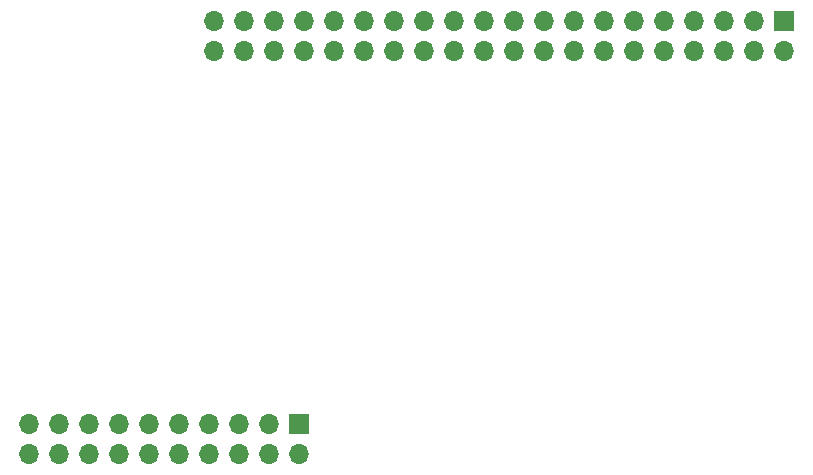
<source format=gbr>
%TF.GenerationSoftware,KiCad,Pcbnew,(5.1.6)-1*%
%TF.CreationDate,2020-11-07T21:19:58+09:00*%
%TF.ProjectId,FlightComputer-Keypad,466c6967-6874-4436-9f6d-70757465722d,rev?*%
%TF.SameCoordinates,Original*%
%TF.FileFunction,Soldermask,Bot*%
%TF.FilePolarity,Negative*%
%FSLAX46Y46*%
G04 Gerber Fmt 4.6, Leading zero omitted, Abs format (unit mm)*
G04 Created by KiCad (PCBNEW (5.1.6)-1) date 2020-11-07 21:19:58*
%MOMM*%
%LPD*%
G01*
G04 APERTURE LIST*
%ADD10O,1.700000X1.700000*%
%ADD11R,1.700000X1.700000*%
G04 APERTURE END LIST*
D10*
%TO.C,J2*%
X110395000Y-104430000D03*
X110395000Y-101890000D03*
X112935000Y-104430000D03*
X112935000Y-101890000D03*
X115475000Y-104430000D03*
X115475000Y-101890000D03*
X118015000Y-104430000D03*
X118015000Y-101890000D03*
X120555000Y-104430000D03*
X120555000Y-101890000D03*
X123095000Y-104430000D03*
X123095000Y-101890000D03*
X125635000Y-104430000D03*
X125635000Y-101890000D03*
X128175000Y-104430000D03*
X128175000Y-101890000D03*
X130715000Y-104430000D03*
X130715000Y-101890000D03*
X133255000Y-104430000D03*
D11*
X133255000Y-101890000D03*
%TD*%
D10*
%TO.C,J1*%
X125995000Y-70330000D03*
X125995000Y-67790000D03*
X128535000Y-70330000D03*
X128535000Y-67790000D03*
X131075000Y-70330000D03*
X131075000Y-67790000D03*
X133615000Y-70330000D03*
X133615000Y-67790000D03*
X136155000Y-70330000D03*
X136155000Y-67790000D03*
X138695000Y-70330000D03*
X138695000Y-67790000D03*
X141235000Y-70330000D03*
X141235000Y-67790000D03*
X143775000Y-70330000D03*
X143775000Y-67790000D03*
X146315000Y-70330000D03*
X146315000Y-67790000D03*
X148855000Y-70330000D03*
X148855000Y-67790000D03*
X151395000Y-70330000D03*
X151395000Y-67790000D03*
X153935000Y-70330000D03*
X153935000Y-67790000D03*
X156475000Y-70330000D03*
X156475000Y-67790000D03*
X159015000Y-70330000D03*
X159015000Y-67790000D03*
X161555000Y-70330000D03*
X161555000Y-67790000D03*
X164095000Y-70330000D03*
X164095000Y-67790000D03*
X166635000Y-70330000D03*
X166635000Y-67790000D03*
X169175000Y-70330000D03*
X169175000Y-67790000D03*
X171715000Y-70330000D03*
X171715000Y-67790000D03*
X174255000Y-70330000D03*
D11*
X174255000Y-67790000D03*
%TD*%
M02*

</source>
